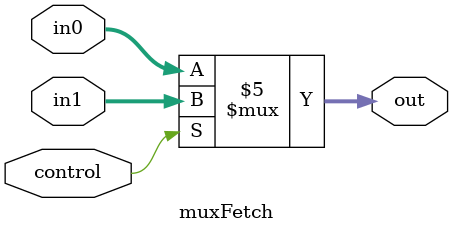
<source format=v>
module instructionFetch(clock, PCbranch, PC, instruction, controlPCnext); 
	input clock; 
	input [63:0] PCbranch; 
	input controlPCnext; 
	output [31:0] instruction; 
	output reg[63:0] PC;
 
	wire [63:0] PCadd; 
	wire[63:0] PCnext; 

	initial begin
		PC = 0; 
	end

	rom IM(.address(PC), .data_out(instruction)); 
	add PCADD(.a(PC), .b(64'd4), .out(PCadd));
	muxFetch muxPCnext(.in0(PCadd), .in1(PCbranch), .control(controlPCnext), .out(PCnext)); 

	always@(posedge clock) begin 
		PC<= PCnext; 
	end 
endmodule 

//INSTRUCTION MEMORY 
module rom(address, data_out);

	parameter words = 256; // default number of words
	parameter logwords = 9; // default max address bit (log2(words)+1)
	parameter size = 32; // default number of bits per instruction word
	parameter addr_size = 64; // default address size
	input [addr_size-1:0] address;
	output [size-1:0] data_out;
	reg [size-1:0] memory [0:words-1];
	wire [size-1:0] data_out;
	
	assign data_out = memory[address[logwords:2]];
	
	integer i;
	initial begin
		for (i = 0; i < 64
		; i = i + 1) begin
			memory[i] = 0;
		end
   	end

endmodule

//ADDER
module add(a,b,out);
	
	input [63:0] a; 
	input [63:0] b; 
	output [63:0] out;
	wire [63:0] out;
	
	assign out = a + b;
	
endmodule

//MULTIPLEXER 
module muxFetch(in0,in1,control,out);

	input[63:0] in0; 
	input[63:0] in1; 
	input control; 
	output reg[63:0] out; 
	
	always@(in0,in1,control, out) begin
		if(control == 0) begin
			out = in0; 
		end 
		else begin	
			out = in1; 
		end 
	end 

endmodule


</source>
